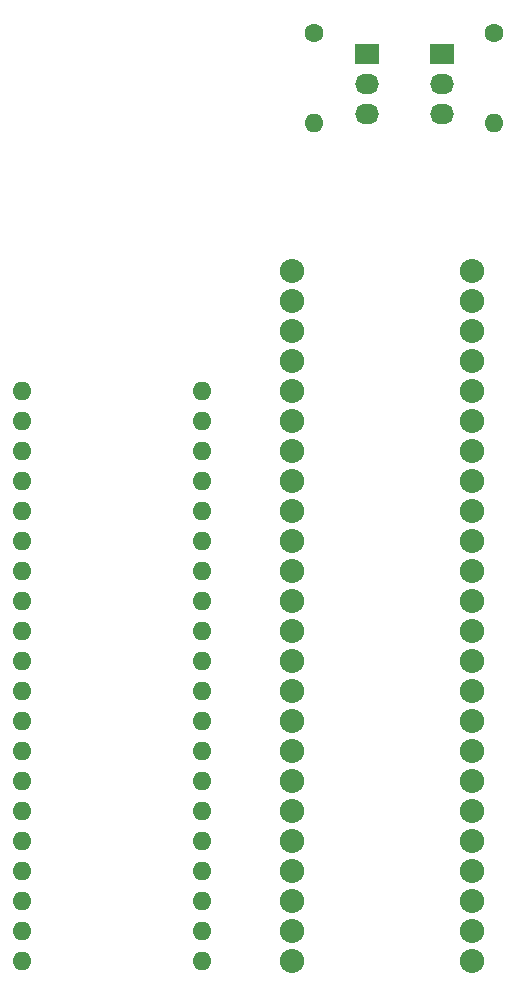
<source format=gts>
%TF.GenerationSoftware,KiCad,Pcbnew,(5.1.6-0-10_14)*%
%TF.CreationDate,2021-01-24T08:08:00+01:00*%
%TF.ProjectId,27c160,32376331-3630-42e6-9b69-6361645f7063,rev?*%
%TF.SameCoordinates,Original*%
%TF.FileFunction,Soldermask,Top*%
%TF.FilePolarity,Negative*%
%FSLAX46Y46*%
G04 Gerber Fmt 4.6, Leading zero omitted, Abs format (unit mm)*
G04 Created by KiCad (PCBNEW (5.1.6-0-10_14)) date 2021-01-24 08:08:00*
%MOMM*%
%LPD*%
G01*
G04 APERTURE LIST*
%ADD10O,1.600000X1.600000*%
%ADD11C,1.600000*%
%ADD12R,2.032000X1.727200*%
%ADD13O,2.032000X1.727200*%
%ADD14O,2.050000X2.050000*%
G04 APERTURE END LIST*
D10*
%TO.C,R2*%
X158115000Y-41402000D03*
D11*
X158115000Y-33782000D03*
%TD*%
D10*
%TO.C,R1*%
X142875000Y-41402000D03*
D11*
X142875000Y-33782000D03*
%TD*%
D12*
%TO.C,P1*%
X147320000Y-35560000D03*
D13*
X147320000Y-38100000D03*
X147320000Y-40640000D03*
%TD*%
D12*
%TO.C,P2*%
X153670000Y-35560000D03*
D13*
X153670000Y-38100000D03*
X153670000Y-40640000D03*
%TD*%
D14*
%TO.C,U2*%
X156210000Y-53975000D03*
X156210000Y-56515000D03*
X156210000Y-59055000D03*
X156210000Y-61595000D03*
X156210000Y-64135000D03*
X156210000Y-66675000D03*
X156210000Y-69215000D03*
X156210000Y-71755000D03*
X140970000Y-53975000D03*
X140970000Y-56515000D03*
X140970000Y-59055000D03*
X140970000Y-61595000D03*
X140970000Y-64135000D03*
X140970000Y-66675000D03*
X140970000Y-69215000D03*
X140970000Y-71755000D03*
X140970000Y-74295000D03*
X140970000Y-76835000D03*
X140970000Y-79375000D03*
X140970000Y-81915000D03*
X140970000Y-84455000D03*
X140970000Y-86995000D03*
X140970000Y-89535000D03*
X140970000Y-92075000D03*
X140970000Y-94615000D03*
X140970000Y-97155000D03*
X140970000Y-99695000D03*
X140970000Y-102235000D03*
X140970000Y-104775000D03*
X140970000Y-107315000D03*
X140970000Y-109855000D03*
X140970000Y-112395000D03*
X156210000Y-112395000D03*
X156210000Y-109855000D03*
X156210000Y-107315000D03*
X156210000Y-104775000D03*
X156210000Y-102235000D03*
X156210000Y-99695000D03*
X156210000Y-97155000D03*
X156210000Y-94615000D03*
X156210000Y-92075000D03*
X156210000Y-89535000D03*
X156210000Y-86995000D03*
X156210000Y-84455000D03*
X156210000Y-81915000D03*
X156210000Y-79375000D03*
X156210000Y-76835000D03*
X156210000Y-74295000D03*
%TD*%
D10*
%TO.C,U1*%
X118110000Y-64135000D03*
X118110000Y-66675000D03*
X118110000Y-69215000D03*
X118110000Y-71755000D03*
X118110000Y-74295000D03*
X118110000Y-76835000D03*
X118110000Y-79375000D03*
X118110000Y-81915000D03*
X118110000Y-84455000D03*
X118110000Y-86995000D03*
X118110000Y-89535000D03*
X118110000Y-92075000D03*
X118110000Y-94615000D03*
X118110000Y-97155000D03*
X118110000Y-99695000D03*
X118110000Y-102235000D03*
X118110000Y-104775000D03*
X118110000Y-107315000D03*
X118110000Y-109855000D03*
X118110000Y-112395000D03*
X133350000Y-112395000D03*
X133350000Y-109855000D03*
X133350000Y-107315000D03*
X133350000Y-104775000D03*
X133350000Y-102235000D03*
X133350000Y-99695000D03*
X133350000Y-97155000D03*
X133350000Y-94615000D03*
X133350000Y-92075000D03*
X133350000Y-89535000D03*
X133350000Y-86995000D03*
X133350000Y-84455000D03*
X133350000Y-81915000D03*
X133350000Y-79375000D03*
X133350000Y-76835000D03*
X133350000Y-74295000D03*
X133350000Y-71755000D03*
X133350000Y-69215000D03*
X133350000Y-66675000D03*
X133350000Y-64135000D03*
%TD*%
M02*

</source>
